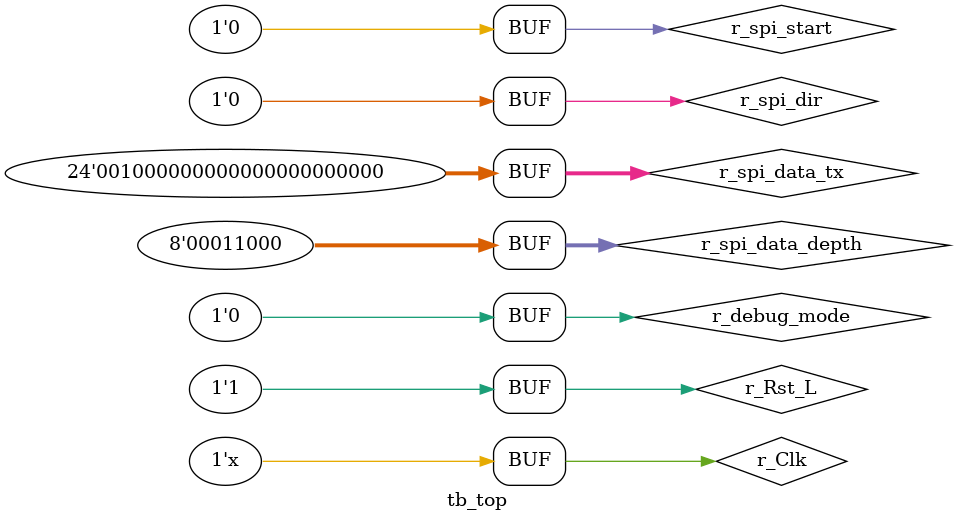
<source format=v>
`timescale 1ns / 1ps
`define ISIM
module tb_top;

    reg r_Rst_L     = 1'b0;
    reg r_debug_mode =0;

    // CPOL=0, clock idles 0.  CPOL=1, clock idles 1
    //  reg r_SPI_Clk   = w_CPOL ? 1'b1 : 1'b0;
    wire w_SPI_Clk;
    wire w_fpga_spi_clk_p;
    wire w_fpga_spi_clk_n;
    reg r_Clk       = 1'b0;
    wire w_SPI_CS_n;
    wire w_SPI_MOSI;
    wire w_fpga_spi_mosi_p;
    wire w_fpga_spi_mosi_n;
    wire w_SPI_MISO;

    wire w_amp_en;
    wire w_spi_clk_2594;
    

    // Master Specific
    reg r_spi_start;
    reg r_spi_dir;
    reg [7:0] r_spi_data_depth;
    reg [23:0] r_spi_data_tx;
    wire w_spi_ready;

    // Slave Specific
    wire w_Slave_RX_DV;
    reg r_Slave_TX_DV;
    wire [7:0] w_Slave_RX_Byte;
    reg r_Slave_TX_Byte;

    // Clock Generators:
    always#5 r_Clk=~r_Clk;

    // Instantiate UUT
    top top(
        .clk(r_Clk),
        .debug_mode(r_debug_mode),
        .fpga_spi_clk_p(w_fpga_spi_clk_p),
        .fpga_spi_clk_n(w_fpga_spi_clk_n),
        .fpga_spi_mosi_p(w_fpga_spi_mosi_p),
        .fpga_spi_mosi_n(w_fpga_spi_mosi_n),
        .fpga_spi_cs(w_SPI_CS_n),
        .amp_en(w_amp_en),
        .spi_clk_2594(w_spi_clk_2594)
    );


    spi_master #(
        .clk_div(4),
        .data_depth(24)
    )
    spi_master_utt
    (
        .clk(r_Clk),
        .rst_n(r_Rst_L),
        .spi_start(r_spi_start),
        .spi_dir(r_spi_dir),
        .spi_data_depth(r_spi_data_depth),
        .spi_data_tx(r_spi_data_tx),
        .spi_ready(w_spi_ready),
        .spi_sclk(w_SPI_Clk),
        .spi_mosi(w_SPI_MOSI),
        .spi_le(w_SPI_CS_n)
    );

    OBUFDS #(
        .IOSTANDARD("LVDS_33")
    )
    tb_spi_clk_obufds
    (    
        .I(w_SPI_Clk),
        .O(w_fpga_spi_clk_p),
        .OB(w_fpga_spi_clk_n)
    );

    OBUFDS #(
        .IOSTANDARD("LVDS_33")
    )
    tb_spi_mosi_obufds
    (    
        .I(w_SPI_MOSI),
        .O(w_fpga_spi_mosi_p),
        .OB(w_fpga_spi_mosi_n)
    );

    initial
    begin
        r_Rst_L=0;
        r_spi_start=0;
        #10
        r_Rst_L=1;
        #300000
        r_spi_dir=0;
        r_spi_data_depth=24;
        r_spi_data_tx=24'h200000;
        r_spi_start=1;
        #100
        r_spi_start=0;
    end

endmodule

</source>
